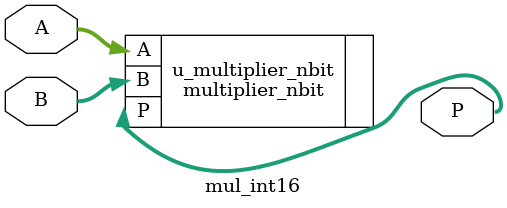
<source format=v>

module mul_int16 #(
    parameter WIDTH = 16,
    parameter IMPL_TYPE = 0
)(
    input  [WIDTH-1:0] A,  // Multiplicand
    input  [WIDTH-1:0] B,  // Multiplier
    output [WIDTH-1:0] P   // Lower WIDTH bits of the product
);

    // Instantiate the n-bit multiplier submodule
    multiplier_nbit #(
        .WIDTH(WIDTH),
        .IMPL_TYPE(IMPL_TYPE)
    ) u_multiplier_nbit (
        .A(A),
        .B(B),
        .P(P)
    );

endmodule

</source>
